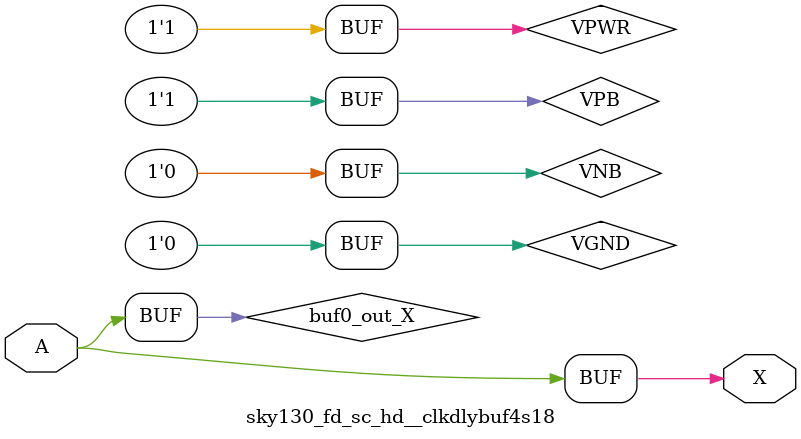
<source format=v>
/*
 * Copyright 2020 The SkyWater PDK Authors
 *
 * Licensed under the Apache License, Version 2.0 (the "License");
 * you may not use this file except in compliance with the License.
 * You may obtain a copy of the License at
 *
 *     https://www.apache.org/licenses/LICENSE-2.0
 *
 * Unless required by applicable law or agreed to in writing, software
 * distributed under the License is distributed on an "AS IS" BASIS,
 * WITHOUT WARRANTIES OR CONDITIONS OF ANY KIND, either express or implied.
 * See the License for the specific language governing permissions and
 * limitations under the License.
 *
 * SPDX-License-Identifier: Apache-2.0
*/


`ifndef SKY130_FD_SC_HD__CLKDLYBUF4S18_BEHAVIORAL_V
`define SKY130_FD_SC_HD__CLKDLYBUF4S18_BEHAVIORAL_V

/**
 * clkdlybuf4s18: Clock Delay Buffer 4-stage 0.18um length inner stage
 *                gates.
 *
 * Verilog simulation functional model.
 */

`timescale 1ns / 1ps
`default_nettype none

`celldefine
module sky130_fd_sc_hd__clkdlybuf4s18 (
    X,
    A
);

    // Module ports
    output X;
    input  A;

    // Module supplies
    supply1 VPWR;
    supply0 VGND;
    supply1 VPB ;
    supply0 VNB ;

    // Local signals
    wire buf0_out_X;

    //  Name  Output      Other arguments
    buf buf0 (buf0_out_X, A              );
    buf buf1 (X         , buf0_out_X     );

endmodule
`endcelldefine

`default_nettype wire
`endif  // SKY130_FD_SC_HD__CLKDLYBUF4S18_BEHAVIORAL_V
</source>
